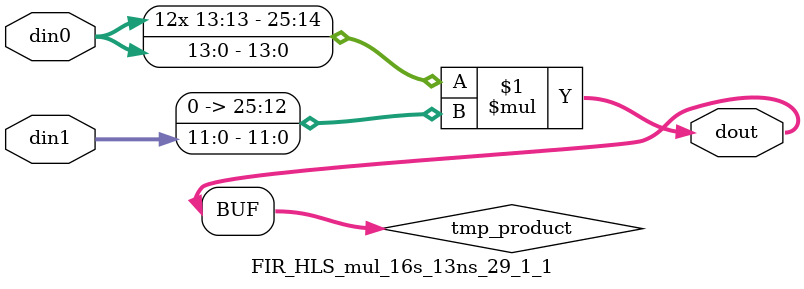
<source format=v>

`timescale 1 ns / 1 ps

 module FIR_HLS_mul_16s_13ns_29_1_1(din0, din1, dout);
parameter ID = 1;
parameter NUM_STAGE = 0;
parameter din0_WIDTH = 14;
parameter din1_WIDTH = 12;
parameter dout_WIDTH = 26;

input [din0_WIDTH - 1 : 0] din0; 
input [din1_WIDTH - 1 : 0] din1; 
output [dout_WIDTH - 1 : 0] dout;

wire signed [dout_WIDTH - 1 : 0] tmp_product;


























assign tmp_product = $signed(din0) * $signed({1'b0, din1});









assign dout = tmp_product;





















endmodule

</source>
